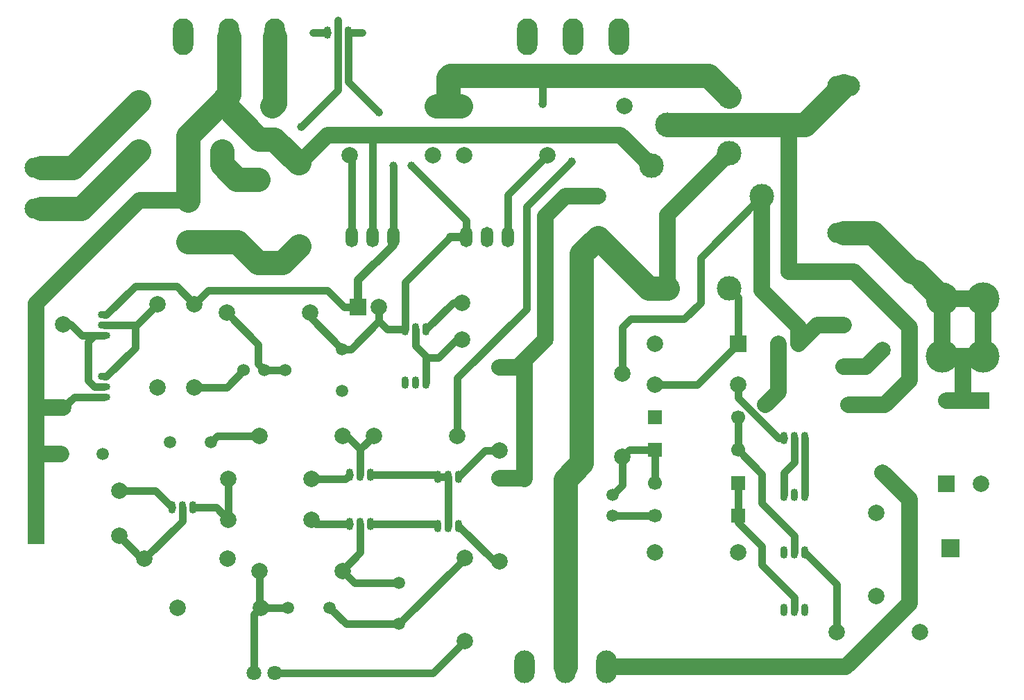
<source format=gbl>
%FSLAX46Y46*%
G04 Gerber Fmt 4.6, Leading zero omitted, Abs format (unit mm)*
G04 Created by KiCad (PCBNEW (2014-jul-16 BZR unknown)-product) date ma. 13. okt. 2014 kl. 20.08 +0200*
%MOMM*%
G01*
G04 APERTURE LIST*
%ADD10C,0.100000*%
%ADD11C,1.501140*%
%ADD12R,1.998980X1.998980*%
%ADD13C,1.998980*%
%ADD14C,1.699260*%
%ADD15R,1.699260X1.699260*%
%ADD16R,2.235200X2.235200*%
%ADD17O,0.899160X1.501140*%
%ADD18O,1.501140X0.899160*%
%ADD19O,1.501140X2.499360*%
%ADD20O,2.499360X4.500880*%
%ADD21C,1.524000*%
%ADD22O,4.000000X2.500000*%
%ADD23C,1.800000*%
%ADD24O,2.500000X4.000000*%
%ADD25C,4.000000*%
%ADD26C,1.500000*%
%ADD27C,3.000000*%
%ADD28C,1.000000*%
%ADD29C,0.900000*%
%ADD30C,0.500000*%
%ADD31C,1.000000*%
%ADD32C,3.000000*%
%ADD33C,2.000000*%
G04 APERTURE END LIST*
D10*
D11*
X122250000Y-122750000D03*
X117170000Y-122750000D03*
X123750000Y-96250000D03*
X123750000Y-91170000D03*
D12*
X125730000Y-86000000D03*
D13*
X128270000Y-86000000D03*
D11*
X89500000Y-104000000D03*
X94580000Y-104000000D03*
D12*
X105000000Y-72960000D03*
D13*
X105000000Y-78040000D03*
D11*
X146000000Y-107000000D03*
X151080000Y-107000000D03*
D12*
X155000000Y-77540000D03*
D13*
X155000000Y-72460000D03*
X96580000Y-114000000D03*
D12*
X86420000Y-114000000D03*
D13*
X118500000Y-78580000D03*
D12*
X118500000Y-68420000D03*
D13*
X113500000Y-70420000D03*
D12*
X113500000Y-80580000D03*
D14*
X161920000Y-107500000D03*
D15*
X172080000Y-107500000D03*
D14*
X172080000Y-103500000D03*
D15*
X161920000Y-103500000D03*
D14*
X161920000Y-111500000D03*
D15*
X172080000Y-111500000D03*
D14*
X172080000Y-99500000D03*
D15*
X161920000Y-99500000D03*
D13*
X161920000Y-90500000D03*
D12*
X172080000Y-90500000D03*
D13*
X197500000Y-97420000D03*
D12*
X197500000Y-107580000D03*
D13*
X201750000Y-107580000D03*
D12*
X201750000Y-97420000D03*
D13*
X98920000Y-61000000D03*
X109080000Y-61000000D03*
X98920000Y-67000000D03*
X109080000Y-67000000D03*
D16*
X198000000Y-115500000D03*
D17*
X126000000Y-112500000D03*
X124730000Y-112500000D03*
X127270000Y-112500000D03*
X136750000Y-112750000D03*
X138020000Y-112750000D03*
X135480000Y-112750000D03*
X104250000Y-110500000D03*
X102980000Y-110500000D03*
X105520000Y-110500000D03*
X136750000Y-106750000D03*
X138020000Y-106750000D03*
X135480000Y-106750000D03*
X126000000Y-106500000D03*
X124730000Y-106500000D03*
X127270000Y-106500000D03*
D18*
X94750000Y-95750000D03*
X94750000Y-97020000D03*
X94750000Y-94480000D03*
D17*
X132750000Y-95250000D03*
X134020000Y-95250000D03*
X131480000Y-95250000D03*
D18*
X94750000Y-88250000D03*
X94750000Y-89520000D03*
X94750000Y-86980000D03*
D17*
X123250000Y-52500000D03*
X121980000Y-52500000D03*
X124520000Y-52500000D03*
X132750000Y-88750000D03*
X134020000Y-88750000D03*
X131480000Y-88750000D03*
D19*
X127500000Y-77500000D03*
X124960000Y-77500000D03*
X130040000Y-77500000D03*
X141500000Y-77500000D03*
X144040000Y-77500000D03*
X138960000Y-77500000D03*
D20*
X110000000Y-53000000D03*
X104412000Y-53000000D03*
X115588000Y-53000000D03*
X152000000Y-53000000D03*
X146412000Y-53000000D03*
X157588000Y-53000000D03*
D17*
X179000000Y-123000000D03*
X177730000Y-123000000D03*
X180270000Y-123000000D03*
X179000000Y-116000000D03*
X177730000Y-116000000D03*
X180270000Y-116000000D03*
X179000000Y-109000000D03*
X177730000Y-109000000D03*
X180270000Y-109000000D03*
X179000000Y-102000000D03*
X177730000Y-102000000D03*
X180270000Y-102000000D03*
D13*
X138750000Y-126830000D03*
X138750000Y-116670000D03*
X103670000Y-122750000D03*
X113830000Y-122750000D03*
X113670000Y-118250000D03*
X123830000Y-118250000D03*
X99670000Y-116750000D03*
X109830000Y-116750000D03*
X109920000Y-112000000D03*
X120080000Y-112000000D03*
X143000000Y-117080000D03*
X143000000Y-106920000D03*
X86420000Y-108500000D03*
X96580000Y-108500000D03*
X109920000Y-107000000D03*
X120080000Y-107000000D03*
X143000000Y-103580000D03*
X143000000Y-93420000D03*
X113670000Y-101750000D03*
X123830000Y-101750000D03*
X127670000Y-101750000D03*
X137830000Y-101750000D03*
X101250000Y-85670000D03*
X101250000Y-95830000D03*
X138420000Y-90000000D03*
X148580000Y-90000000D03*
X105750000Y-85670000D03*
X105750000Y-95830000D03*
X109670000Y-86750000D03*
X119830000Y-86750000D03*
X89750000Y-98330000D03*
X89750000Y-88170000D03*
X138420000Y-85500000D03*
X148580000Y-85500000D03*
X124670000Y-67500000D03*
X134830000Y-67500000D03*
X138670000Y-67500000D03*
X148830000Y-67500000D03*
X115250000Y-61500000D03*
X135250000Y-61500000D03*
X138250000Y-61500000D03*
X158250000Y-61500000D03*
X158000000Y-94170000D03*
X158000000Y-104330000D03*
X189000000Y-121330000D03*
X189000000Y-111170000D03*
X194330000Y-125750000D03*
X184170000Y-125750000D03*
X161920000Y-116000000D03*
X172080000Y-116000000D03*
X175420000Y-98000000D03*
X185580000Y-98000000D03*
X161920000Y-95500000D03*
X172080000Y-95500000D03*
D21*
X114290000Y-93750000D03*
X116830000Y-93750000D03*
X111750000Y-93750000D03*
D22*
X87000000Y-69000000D03*
X87000000Y-74000000D03*
X185000000Y-59000000D03*
X185000000Y-77000000D03*
D23*
X113000000Y-130750000D03*
X115540000Y-130750000D03*
D24*
X146000000Y-130000000D03*
X151000000Y-130000000D03*
X156000000Y-130000000D03*
D25*
X197000000Y-92000000D03*
X202000000Y-92000000D03*
X202000000Y-85000000D03*
X197000000Y-85000000D03*
D26*
X130750000Y-124750000D03*
X130750000Y-119750000D03*
X102750000Y-102500000D03*
X107750000Y-102500000D03*
X156750000Y-109000000D03*
X156750000Y-111500000D03*
D11*
X185000000Y-88250000D03*
X185000000Y-93330000D03*
D26*
X179500000Y-90500000D03*
X177000000Y-90500000D03*
D13*
X189750000Y-91250000D03*
X189750000Y-106250000D03*
X178250000Y-81750000D03*
X193250000Y-81750000D03*
D27*
X163500000Y-83750000D03*
X171000000Y-67250000D03*
X171000000Y-60250000D03*
X163500000Y-63750000D03*
X171000000Y-83750000D03*
D28*
X132250000Y-68750000D03*
X128250000Y-62250000D03*
X130000000Y-68750000D03*
D27*
X161500000Y-68750000D03*
D28*
X151750000Y-68250000D03*
X148250000Y-61250000D03*
D27*
X175000000Y-72500000D03*
D28*
X118750000Y-64000000D03*
D29*
X130750000Y-124750000D02*
X124250000Y-124750000D01*
X124250000Y-124750000D02*
X122250000Y-122750000D01*
D30*
X138750000Y-116670000D02*
X138750000Y-116750000D01*
D29*
X138750000Y-116750000D02*
X130750000Y-124750000D01*
X130750000Y-119750000D02*
X125330000Y-119750000D01*
X125330000Y-119750000D02*
X123830000Y-118250000D01*
D30*
X123830000Y-118250000D02*
X123830000Y-118170000D01*
D29*
X123830000Y-118170000D02*
X126000000Y-116000000D01*
X126000000Y-116000000D02*
X126000000Y-112500000D01*
D30*
X123910000Y-118170000D02*
X123830000Y-118250000D01*
D29*
X113670000Y-101750000D02*
X108500000Y-101750000D01*
X108500000Y-101750000D02*
X107750000Y-102500000D01*
X127270000Y-112500000D02*
X135230000Y-112500000D01*
D30*
X135230000Y-112500000D02*
X135480000Y-112750000D01*
D29*
X131480000Y-88750000D02*
X129250000Y-88750000D01*
X129250000Y-88750000D02*
X128250000Y-87750000D01*
X128250000Y-87750000D02*
X128270000Y-87750000D01*
X128270000Y-86000000D02*
X128270000Y-87750000D01*
X128270000Y-87750000D02*
X128270000Y-87730000D01*
X124830000Y-91170000D02*
X123750000Y-91170000D01*
X128270000Y-87730000D02*
X124830000Y-91170000D01*
D30*
X119830000Y-86750000D02*
X119830000Y-87250000D01*
D29*
X119830000Y-87250000D02*
X123750000Y-91170000D01*
X137000000Y-77500000D02*
X131480000Y-83020000D01*
X131480000Y-83020000D02*
X131480000Y-88750000D01*
D31*
X138960000Y-77500000D02*
X137000000Y-77500000D01*
D29*
X132250000Y-68750000D02*
X138960000Y-75460000D01*
X138960000Y-75460000D02*
X138960000Y-77500000D01*
X121980000Y-52500000D02*
X120250000Y-52500000D01*
D31*
X130040000Y-78460000D02*
X125730000Y-82770000D01*
X125730000Y-82770000D02*
X125730000Y-86000000D01*
D29*
X125730000Y-86000000D02*
X124000000Y-86000000D01*
X124000000Y-86000000D02*
X122000000Y-84000000D01*
X122000000Y-84000000D02*
X107420000Y-84000000D01*
X107420000Y-84000000D02*
X105750000Y-85670000D01*
X94750000Y-86980000D02*
X95020000Y-86980000D01*
X95020000Y-86980000D02*
X98500000Y-83500000D01*
X98500000Y-83500000D02*
X103580000Y-83500000D01*
X103580000Y-83500000D02*
X105750000Y-85670000D01*
X124520000Y-58520000D02*
X128250000Y-62250000D01*
X130000000Y-68750000D02*
X130040000Y-68790000D01*
X130040000Y-68790000D02*
X130040000Y-77500000D01*
X124520000Y-52500000D02*
X124520000Y-58520000D01*
X124520000Y-52500000D02*
X126250000Y-52500000D01*
D32*
X110000000Y-53000000D02*
X110000000Y-60080000D01*
X110000000Y-60080000D02*
X109080000Y-61000000D01*
D29*
X180270000Y-109000000D02*
X180270000Y-102000000D01*
X127500000Y-77500000D02*
X127500000Y-65000000D01*
D31*
X127500000Y-65000000D02*
X127500000Y-65250000D01*
X127500000Y-65250000D02*
X127500000Y-65000000D01*
D29*
X94750000Y-97020000D02*
X91060000Y-97020000D01*
X91060000Y-97020000D02*
X89750000Y-98330000D01*
D33*
X86420000Y-114000000D02*
X86420000Y-108500000D01*
X86420000Y-108500000D02*
X86420000Y-104000000D01*
D32*
X105000000Y-65080000D02*
X109080000Y-61000000D01*
X105000000Y-72960000D02*
X105000000Y-65080000D01*
X113580000Y-65500000D02*
X109080000Y-61000000D01*
X115500000Y-65500000D02*
X113580000Y-65500000D01*
X118420000Y-68420000D02*
X115500000Y-65500000D01*
X118500000Y-68420000D02*
X118420000Y-68420000D01*
D33*
X99040000Y-72960000D02*
X86420000Y-85580000D01*
X86420000Y-98000000D02*
X86420000Y-104000000D01*
X86420000Y-85580000D02*
X86420000Y-98000000D01*
X105000000Y-72960000D02*
X99040000Y-72960000D01*
X86420000Y-98330000D02*
X86500000Y-98250000D01*
X86500000Y-98250000D02*
X86500000Y-98000000D01*
X86500000Y-98000000D02*
X86420000Y-98000000D01*
X89750000Y-98330000D02*
X86420000Y-98330000D01*
X86500000Y-104000000D02*
X86420000Y-104000000D01*
X86420000Y-104000000D02*
X86500000Y-104000000D01*
X89500000Y-104000000D02*
X86420000Y-104000000D01*
X122000000Y-65000000D02*
X127500000Y-65000000D01*
X118580000Y-68420000D02*
X122000000Y-65000000D01*
X118500000Y-68420000D02*
X118580000Y-68420000D01*
X157750000Y-65000000D02*
X161500000Y-68750000D01*
X127500000Y-65000000D02*
X157750000Y-65000000D01*
D29*
X161920000Y-111500000D02*
X156750000Y-111500000D01*
D32*
X110960000Y-78040000D02*
X113500000Y-80580000D01*
X105000000Y-78040000D02*
X110960000Y-78040000D01*
X116500000Y-80580000D02*
X118500000Y-78580000D01*
X113500000Y-80580000D02*
X116500000Y-80580000D01*
X153000000Y-105080000D02*
X153000000Y-79540000D01*
X153000000Y-79540000D02*
X155000000Y-77540000D01*
X151000000Y-107080000D02*
X153000000Y-105080000D01*
X151000000Y-130000000D02*
X151000000Y-107080000D01*
X161210000Y-83750000D02*
X155000000Y-77540000D01*
X163500000Y-83750000D02*
X161210000Y-83750000D01*
D33*
X163500000Y-74750000D02*
X171000000Y-67250000D01*
X163500000Y-83750000D02*
X163500000Y-74750000D01*
D32*
X110920000Y-70420000D02*
X113500000Y-70420000D01*
X109080000Y-68580000D02*
X110920000Y-70420000D01*
X109080000Y-67000000D02*
X109080000Y-68580000D01*
D33*
X148580000Y-74920000D02*
X151040000Y-72460000D01*
X151040000Y-72460000D02*
X155000000Y-72460000D01*
X148580000Y-85500000D02*
X148580000Y-74920000D01*
X148580000Y-90000000D02*
X148580000Y-85500000D01*
X146500000Y-92080000D02*
X148580000Y-90000000D01*
X145160000Y-93420000D02*
X146500000Y-92080000D01*
X143000000Y-93420000D02*
X145160000Y-93420000D01*
X146500000Y-92000000D02*
X146500000Y-92080000D01*
X146500000Y-92080000D02*
X146500000Y-92000000D01*
X145920000Y-106920000D02*
X146000000Y-107000000D01*
X143000000Y-106920000D02*
X145920000Y-106920000D01*
X146000000Y-92580000D02*
X146500000Y-92080000D01*
X146000000Y-107000000D02*
X146000000Y-92580000D01*
D29*
X158000000Y-104330000D02*
X158000000Y-107750000D01*
X158000000Y-107750000D02*
X156750000Y-109000000D01*
X161920000Y-107500000D02*
X161920000Y-103500000D01*
X158000000Y-104330000D02*
X158830000Y-103500000D01*
X158830000Y-103500000D02*
X161920000Y-103500000D01*
X137830000Y-101750000D02*
X137830000Y-94670000D01*
X137830000Y-94670000D02*
X146250000Y-86250000D01*
X146250000Y-86250000D02*
X146250000Y-73750000D01*
X146250000Y-73750000D02*
X151750000Y-68250000D01*
X148250000Y-61250000D02*
X148250000Y-57750000D01*
D30*
X148250000Y-57750000D02*
X148250000Y-58000000D01*
X148250000Y-58000000D02*
X148250000Y-57750000D01*
D32*
X136750000Y-61500000D02*
X138250000Y-61500000D01*
X135250000Y-61500000D02*
X136750000Y-61500000D01*
X136750000Y-58000000D02*
X137000000Y-57750000D01*
X137000000Y-57750000D02*
X148250000Y-57750000D01*
X136750000Y-61500000D02*
X136750000Y-58000000D01*
D33*
X181750000Y-88250000D02*
X179500000Y-90500000D01*
X185000000Y-88250000D02*
X181750000Y-88250000D01*
D32*
X168500000Y-57750000D02*
X171000000Y-60250000D01*
X148250000Y-57750000D02*
X168500000Y-57750000D01*
D33*
X179500000Y-88500000D02*
X175000000Y-84000000D01*
X175000000Y-84000000D02*
X175000000Y-72500000D01*
X179500000Y-90500000D02*
X179500000Y-88500000D01*
D29*
X167500000Y-80000000D02*
X167500000Y-85500000D01*
X167500000Y-85500000D02*
X165500000Y-87500000D01*
X165500000Y-87500000D02*
X159000000Y-87500000D01*
X159000000Y-87500000D02*
X158000000Y-88500000D01*
X158000000Y-88500000D02*
X158000000Y-94170000D01*
X175000000Y-72500000D02*
X167500000Y-80000000D01*
D33*
X185000000Y-93330000D02*
X187670000Y-93330000D01*
X187670000Y-93330000D02*
X189750000Y-91250000D01*
X177000000Y-96420000D02*
X175420000Y-98000000D01*
X177000000Y-90500000D02*
X177000000Y-96420000D01*
D29*
X104250000Y-110500000D02*
X104250000Y-112170000D01*
X104250000Y-112170000D02*
X99670000Y-116750000D01*
D30*
X99670000Y-116750000D02*
X99330000Y-116750000D01*
D29*
X99330000Y-116750000D02*
X96580000Y-114000000D01*
D30*
X172080000Y-111500000D02*
X172080000Y-112330000D01*
D29*
X175000000Y-117500000D02*
X179000000Y-121500000D01*
X175000000Y-115250000D02*
X175000000Y-117500000D01*
X172080000Y-112330000D02*
X175000000Y-115250000D01*
X179000000Y-121500000D02*
X179000000Y-123000000D01*
X172080000Y-107500000D02*
X172080000Y-111500000D01*
X172080000Y-99500000D02*
X172080000Y-103500000D01*
X175000000Y-110000000D02*
X179000000Y-114000000D01*
X179000000Y-114000000D02*
X179000000Y-116000000D01*
X172080000Y-103500000D02*
X175000000Y-106420000D01*
X175000000Y-106420000D02*
X175000000Y-110000000D01*
X161920000Y-95500000D02*
X167080000Y-95500000D01*
X167080000Y-95500000D02*
X172080000Y-90500000D01*
X172080000Y-84830000D02*
X171000000Y-83750000D01*
X172080000Y-90500000D02*
X172080000Y-84830000D01*
D33*
X199500000Y-92000000D02*
X199500000Y-97420000D01*
X199500000Y-97420000D02*
X199500000Y-97000000D01*
X199500000Y-97000000D02*
X199500000Y-97420000D01*
X197500000Y-97420000D02*
X199500000Y-97420000D01*
X199500000Y-97420000D02*
X201750000Y-97420000D01*
X197000000Y-92000000D02*
X197000000Y-85000000D01*
X199500000Y-92000000D02*
X197000000Y-92000000D01*
X202000000Y-92000000D02*
X199500000Y-92000000D01*
X202000000Y-85000000D02*
X202000000Y-92000000D01*
X197000000Y-85000000D02*
X202000000Y-85000000D01*
D32*
X193750000Y-81750000D02*
X197000000Y-85000000D01*
X193250000Y-81750000D02*
X193750000Y-81750000D01*
X188500000Y-77000000D02*
X193250000Y-81750000D01*
X185000000Y-77000000D02*
X188500000Y-77000000D01*
X90920000Y-69000000D02*
X98920000Y-61000000D01*
X87000000Y-69000000D02*
X90920000Y-69000000D01*
X91920000Y-74000000D02*
X98920000Y-67000000D01*
X87000000Y-74000000D02*
X91920000Y-74000000D01*
D31*
X185580000Y-98000000D02*
X185580000Y-98080000D01*
D33*
X190000000Y-98000000D02*
X193000000Y-95000000D01*
X193000000Y-95000000D02*
X193000000Y-88500000D01*
X193000000Y-88500000D02*
X186250000Y-81750000D01*
X186250000Y-81750000D02*
X178250000Y-81750000D01*
X185580000Y-98000000D02*
X190000000Y-98000000D01*
D32*
X180250000Y-63750000D02*
X185000000Y-59000000D01*
X178250000Y-63750000D02*
X180250000Y-63750000D01*
X163500000Y-63750000D02*
X178250000Y-63750000D01*
D33*
X178250000Y-81750000D02*
X178250000Y-63750000D01*
X156000000Y-130000000D02*
X185250000Y-130000000D01*
X193000000Y-109500000D02*
X189750000Y-106250000D01*
X193000000Y-122250000D02*
X193000000Y-109500000D01*
X185250000Y-130000000D02*
X193000000Y-122250000D01*
D31*
X115540000Y-130750000D02*
X115750000Y-130750000D01*
D29*
X134830000Y-130750000D02*
X138750000Y-126830000D01*
X115540000Y-130750000D02*
X134830000Y-130750000D01*
X124730000Y-112500000D02*
X120580000Y-112500000D01*
D30*
X120580000Y-112500000D02*
X120080000Y-112000000D01*
D29*
X127270000Y-106500000D02*
X135230000Y-106500000D01*
D30*
X135230000Y-106500000D02*
X135480000Y-106750000D01*
D29*
X136750000Y-112750000D02*
X136750000Y-106750000D01*
X136750000Y-106750000D02*
X135480000Y-106750000D01*
D30*
X143000000Y-117080000D02*
X142350000Y-117080000D01*
D29*
X142350000Y-117080000D02*
X138020000Y-112750000D01*
X96580000Y-108500000D02*
X100980000Y-108500000D01*
X100980000Y-108500000D02*
X102980000Y-110500000D01*
X105520000Y-110500000D02*
X108420000Y-110500000D01*
X108420000Y-110500000D02*
X109920000Y-112000000D01*
X109920000Y-112000000D02*
X109920000Y-107000000D01*
X143000000Y-103580000D02*
X141190000Y-103580000D01*
X141190000Y-103580000D02*
X138020000Y-106750000D01*
D30*
X123830000Y-101750000D02*
X124330000Y-101750000D01*
D29*
X124330000Y-101750000D02*
X126000000Y-103420000D01*
X126000000Y-106500000D02*
X126000000Y-103420000D01*
X126000000Y-103420000D02*
X127670000Y-101750000D01*
X120080000Y-107000000D02*
X124230000Y-107000000D01*
X124230000Y-107000000D02*
X124730000Y-106500000D01*
X93500000Y-95750000D02*
X92750000Y-95000000D01*
X94750000Y-95750000D02*
X93500000Y-95750000D01*
X92750000Y-90250000D02*
X93480000Y-89520000D01*
X92750000Y-95000000D02*
X92750000Y-90250000D01*
X93480000Y-89520000D02*
X94750000Y-89520000D01*
X92020000Y-89520000D02*
X93480000Y-89520000D01*
X90670000Y-88170000D02*
X92020000Y-89520000D01*
D30*
X89750000Y-88170000D02*
X90670000Y-88170000D01*
D29*
X94750000Y-94480000D02*
X95020000Y-94480000D01*
X95020000Y-94480000D02*
X98500000Y-91000000D01*
X98500000Y-91000000D02*
X98500000Y-88250000D01*
X94750000Y-88250000D02*
X98500000Y-88250000D01*
X98500000Y-88250000D02*
X98670000Y-88250000D01*
X98670000Y-88250000D02*
X101250000Y-85670000D01*
D30*
X138420000Y-90000000D02*
X137750000Y-90000000D01*
D29*
X137750000Y-90000000D02*
X135500000Y-92250000D01*
X135500000Y-92250000D02*
X134020000Y-92250000D01*
X134020000Y-95250000D02*
X134020000Y-92250000D01*
X134020000Y-92250000D02*
X134020000Y-92020000D01*
X134020000Y-92020000D02*
X132750000Y-90750000D01*
X132750000Y-90750000D02*
X132750000Y-88750000D01*
X105750000Y-95830000D02*
X109670000Y-95830000D01*
X109670000Y-95830000D02*
X111750000Y-93750000D01*
X123250000Y-59500000D02*
X118750000Y-64000000D01*
X123250000Y-52500000D02*
X123250000Y-59500000D01*
X123250000Y-52500000D02*
X123250000Y-51000000D01*
X138420000Y-85500000D02*
X137270000Y-85500000D01*
X137270000Y-85500000D02*
X134020000Y-88750000D01*
X124960000Y-77500000D02*
X124960000Y-67790000D01*
D31*
X124960000Y-67790000D02*
X124670000Y-67500000D01*
D29*
X144040000Y-77500000D02*
X144040000Y-72290000D01*
X144040000Y-72290000D02*
X148830000Y-67500000D01*
D32*
X115588000Y-61162000D02*
X115250000Y-61500000D01*
X115588000Y-53000000D02*
X115588000Y-61162000D01*
D29*
X184170000Y-125750000D02*
X184170000Y-119900000D01*
X184170000Y-119900000D02*
X180270000Y-116000000D01*
X177730000Y-106270000D02*
X177730000Y-109000000D01*
X179000000Y-105000000D02*
X177730000Y-106270000D01*
X179000000Y-102000000D02*
X179000000Y-105000000D01*
X177000000Y-102000000D02*
X177730000Y-102000000D01*
X172080000Y-95500000D02*
X172080000Y-97080000D01*
X172080000Y-97080000D02*
X177000000Y-102000000D01*
X116830000Y-93750000D02*
X114290000Y-93750000D01*
X114290000Y-93750000D02*
X113500000Y-92960000D01*
X113500000Y-90580000D02*
X109670000Y-86750000D01*
X113500000Y-92960000D02*
X113500000Y-90580000D01*
X113000000Y-130750000D02*
X113000000Y-123580000D01*
X113000000Y-123580000D02*
X113830000Y-122750000D01*
X113670000Y-122590000D02*
X113670000Y-118250000D01*
D31*
X113830000Y-122750000D02*
X113670000Y-122590000D01*
D29*
X117170000Y-122750000D02*
X113830000Y-122750000D01*
D30*
X113000000Y-130750000D02*
X113000000Y-131000000D01*
M02*

</source>
